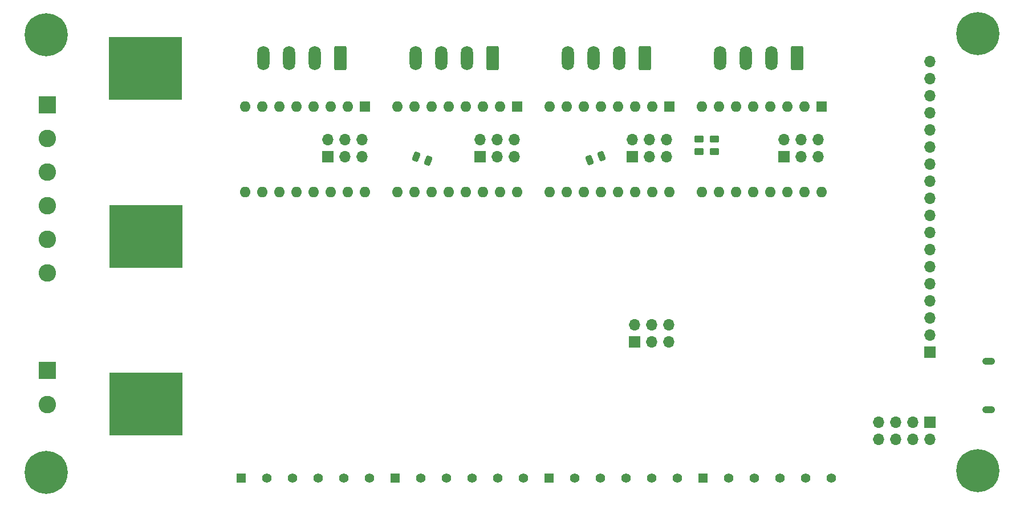
<source format=gbr>
%TF.GenerationSoftware,KiCad,Pcbnew,(6.0.5)*%
%TF.CreationDate,2022-12-16T11:23:46+03:00*%
%TF.ProjectId,3dprinter,33647072-696e-4746-9572-2e6b69636164,rev?*%
%TF.SameCoordinates,Original*%
%TF.FileFunction,Soldermask,Bot*%
%TF.FilePolarity,Negative*%
%FSLAX46Y46*%
G04 Gerber Fmt 4.6, Leading zero omitted, Abs format (unit mm)*
G04 Created by KiCad (PCBNEW (6.0.5)) date 2022-12-16 11:23:46*
%MOMM*%
%LPD*%
G01*
G04 APERTURE LIST*
G04 Aperture macros list*
%AMRoundRect*
0 Rectangle with rounded corners*
0 $1 Rounding radius*
0 $2 $3 $4 $5 $6 $7 $8 $9 X,Y pos of 4 corners*
0 Add a 4 corners polygon primitive as box body*
4,1,4,$2,$3,$4,$5,$6,$7,$8,$9,$2,$3,0*
0 Add four circle primitives for the rounded corners*
1,1,$1+$1,$2,$3*
1,1,$1+$1,$4,$5*
1,1,$1+$1,$6,$7*
1,1,$1+$1,$8,$9*
0 Add four rect primitives between the rounded corners*
20,1,$1+$1,$2,$3,$4,$5,0*
20,1,$1+$1,$4,$5,$6,$7,0*
20,1,$1+$1,$6,$7,$8,$9,0*
20,1,$1+$1,$8,$9,$2,$3,0*%
G04 Aperture macros list end*
%ADD10R,10.800000X9.385750*%
%ADD11R,10.800000X9.400000*%
%ADD12R,1.600000X1.600000*%
%ADD13O,1.600000X1.600000*%
%ADD14R,1.700000X1.700000*%
%ADD15O,1.700000X1.700000*%
%ADD16C,0.800000*%
%ADD17C,6.400000*%
%ADD18RoundRect,0.250000X0.650000X1.550000X-0.650000X1.550000X-0.650000X-1.550000X0.650000X-1.550000X0*%
%ADD19O,1.800000X3.600000*%
%ADD20O,1.900000X1.050000*%
%ADD21R,1.400000X1.400000*%
%ADD22C,1.400000*%
%ADD23R,2.600000X2.600000*%
%ADD24C,2.600000*%
%ADD25RoundRect,0.243750X0.385097X0.345367X-0.073003X0.512102X-0.385097X-0.345367X0.073003X-0.512102X0*%
%ADD26RoundRect,0.250000X0.450000X-0.262500X0.450000X0.262500X-0.450000X0.262500X-0.450000X-0.262500X0*%
%ADD27RoundRect,0.243750X0.073003X0.512102X-0.385097X0.345367X-0.073003X-0.512102X0.385097X-0.345367X0*%
G04 APERTURE END LIST*
D10*
%TO.C,Q1*%
X121975000Y-106857125D03*
%TD*%
D11*
%TO.C,Q2*%
X121975000Y-81925000D03*
%TD*%
D12*
%TO.C,A4*%
X222250000Y-62660000D03*
D13*
X219710000Y-62660000D03*
X217170000Y-62660000D03*
X214630000Y-62660000D03*
X212090000Y-62660000D03*
X209550000Y-62660000D03*
X207010000Y-62660000D03*
X204470000Y-62660000D03*
X204470000Y-75360000D03*
X207010000Y-75360000D03*
X209550000Y-75360000D03*
X212090000Y-75360000D03*
X214630000Y-75360000D03*
X217170000Y-75360000D03*
X219710000Y-75360000D03*
X222250000Y-75360000D03*
%TD*%
D14*
%TO.C,J12*%
X171535000Y-70075000D03*
D15*
X171535000Y-67535000D03*
X174075000Y-70075000D03*
X174075000Y-67535000D03*
X176615000Y-70075000D03*
X176615000Y-67535000D03*
%TD*%
D16*
%TO.C,H1*%
X105402944Y-53697056D03*
X108797056Y-53697056D03*
X108797056Y-50302944D03*
X107100000Y-49600000D03*
X109500000Y-52000000D03*
X105402944Y-50302944D03*
X107100000Y-54400000D03*
X104700000Y-52000000D03*
D17*
X107100000Y-52000000D03*
%TD*%
D18*
%TO.C,J9*%
X150860000Y-55432500D03*
D19*
X147050000Y-55432500D03*
X143240000Y-55432500D03*
X139430000Y-55432500D03*
%TD*%
D16*
%TO.C,H2*%
X243802944Y-50102944D03*
X243100000Y-51800000D03*
D17*
X245500000Y-51800000D03*
D16*
X247900000Y-51800000D03*
X243802944Y-53497056D03*
X245500000Y-54200000D03*
X247197056Y-50102944D03*
X245500000Y-49400000D03*
X247197056Y-53497056D03*
%TD*%
D20*
%TO.C,J2*%
X247100000Y-100525000D03*
X247100000Y-107675000D03*
%TD*%
D14*
%TO.C,J14*%
X194135000Y-70075000D03*
D15*
X194135000Y-67535000D03*
X196675000Y-70075000D03*
X196675000Y-67535000D03*
X199215000Y-70075000D03*
X199215000Y-67535000D03*
%TD*%
D14*
%TO.C,J1*%
X194475000Y-97575000D03*
D15*
X194475000Y-95035000D03*
X197015000Y-97575000D03*
X197015000Y-95035000D03*
X199555000Y-97575000D03*
X199555000Y-95035000D03*
%TD*%
D12*
%TO.C,A3*%
X199650000Y-62660000D03*
D13*
X197110000Y-62660000D03*
X194570000Y-62660000D03*
X192030000Y-62660000D03*
X189490000Y-62660000D03*
X186950000Y-62660000D03*
X184410000Y-62660000D03*
X181870000Y-62660000D03*
X181870000Y-75360000D03*
X184410000Y-75360000D03*
X186950000Y-75360000D03*
X189490000Y-75360000D03*
X192030000Y-75360000D03*
X194570000Y-75360000D03*
X197110000Y-75360000D03*
X199650000Y-75360000D03*
%TD*%
D14*
%TO.C,J17*%
X238400000Y-109557500D03*
D15*
X238400000Y-112097500D03*
X235860000Y-109557500D03*
X235860000Y-112097500D03*
X233320000Y-109557500D03*
X233320000Y-112097500D03*
X230780000Y-109557500D03*
X230780000Y-112097500D03*
%TD*%
D21*
%TO.C,J4*%
X158930000Y-117832500D03*
D22*
X162740000Y-117832500D03*
X166550000Y-117832500D03*
X170360000Y-117832500D03*
X174170000Y-117832500D03*
X177980000Y-117832500D03*
%TD*%
D23*
%TO.C,J3*%
X107300000Y-101800000D03*
D24*
X107300000Y-106880000D03*
%TD*%
D18*
%TO.C,J15*%
X218620000Y-55432500D03*
D19*
X214810000Y-55432500D03*
X211000000Y-55432500D03*
X207190000Y-55432500D03*
%TD*%
D14*
%TO.C,J16*%
X216735000Y-70075000D03*
D15*
X216735000Y-67535000D03*
X219275000Y-70075000D03*
X219275000Y-67535000D03*
X221815000Y-70075000D03*
X221815000Y-67535000D03*
%TD*%
D23*
%TO.C,J8*%
X107300000Y-62400000D03*
D24*
X107300000Y-67400000D03*
X107300000Y-72400000D03*
X107300000Y-77400000D03*
X107300000Y-82400000D03*
X107300000Y-87400000D03*
%TD*%
D11*
%TO.C,Q3*%
X121900000Y-57000000D03*
%TD*%
D21*
%TO.C,J5*%
X136075000Y-117832500D03*
D22*
X139885000Y-117832500D03*
X143695000Y-117832500D03*
X147505000Y-117832500D03*
X151315000Y-117832500D03*
X155125000Y-117832500D03*
%TD*%
D14*
%TO.C,J18*%
X238400000Y-99157500D03*
D15*
X238400000Y-96617500D03*
X238400000Y-94077500D03*
X238400000Y-91537500D03*
X238400000Y-88997500D03*
X238400000Y-86457500D03*
X238400000Y-83917500D03*
X238400000Y-81377500D03*
X238400000Y-78837500D03*
X238400000Y-76297500D03*
X238400000Y-73757500D03*
X238400000Y-71217500D03*
X238400000Y-68677500D03*
X238400000Y-66137500D03*
X238400000Y-63597500D03*
X238400000Y-61057500D03*
X238400000Y-58517500D03*
X238400000Y-55977500D03*
%TD*%
D14*
%TO.C,J10*%
X148935000Y-70075000D03*
D15*
X148935000Y-67535000D03*
X151475000Y-70075000D03*
X151475000Y-67535000D03*
X154015000Y-70075000D03*
X154015000Y-67535000D03*
%TD*%
D17*
%TO.C,H4*%
X245500000Y-116700000D03*
D16*
X247197056Y-118397056D03*
X247197056Y-115002944D03*
X245500000Y-114300000D03*
X243802944Y-115002944D03*
X243802944Y-118397056D03*
X245500000Y-119100000D03*
X247900000Y-116700000D03*
X243100000Y-116700000D03*
%TD*%
D21*
%TO.C,J7*%
X204650000Y-117832500D03*
D22*
X208460000Y-117832500D03*
X212270000Y-117832500D03*
X216080000Y-117832500D03*
X219890000Y-117832500D03*
X223700000Y-117832500D03*
%TD*%
D18*
%TO.C,J11*%
X173446666Y-55432500D03*
D19*
X169636666Y-55432500D03*
X165826666Y-55432500D03*
X162016666Y-55432500D03*
%TD*%
D21*
%TO.C,J6*%
X181790000Y-117832500D03*
D22*
X185600000Y-117832500D03*
X189410000Y-117832500D03*
X193220000Y-117832500D03*
X197030000Y-117832500D03*
X200840000Y-117832500D03*
%TD*%
D16*
%TO.C,H3*%
X105402944Y-115302944D03*
X107100000Y-114600000D03*
X107100000Y-119400000D03*
X108797056Y-115302944D03*
X108797056Y-118697056D03*
X104700000Y-117000000D03*
D17*
X107100000Y-117000000D03*
D16*
X105402944Y-118697056D03*
X109500000Y-117000000D03*
%TD*%
D12*
%TO.C,A1*%
X154450000Y-62660000D03*
D13*
X151910000Y-62660000D03*
X149370000Y-62660000D03*
X146830000Y-62660000D03*
X144290000Y-62660000D03*
X141750000Y-62660000D03*
X139210000Y-62660000D03*
X136670000Y-62660000D03*
X136670000Y-75360000D03*
X139210000Y-75360000D03*
X141750000Y-75360000D03*
X144290000Y-75360000D03*
X146830000Y-75360000D03*
X149370000Y-75360000D03*
X151910000Y-75360000D03*
X154450000Y-75360000D03*
%TD*%
D12*
%TO.C,A2*%
X177050000Y-62660000D03*
D13*
X174510000Y-62660000D03*
X171970000Y-62660000D03*
X169430000Y-62660000D03*
X166890000Y-62660000D03*
X164350000Y-62660000D03*
X161810000Y-62660000D03*
X159270000Y-62660000D03*
X159270000Y-75360000D03*
X161810000Y-75360000D03*
X164350000Y-75360000D03*
X166890000Y-75360000D03*
X169430000Y-75360000D03*
X171970000Y-75360000D03*
X174510000Y-75360000D03*
X177050000Y-75360000D03*
%TD*%
D18*
%TO.C,J13*%
X196033332Y-55432500D03*
D19*
X192223332Y-55432500D03*
X188413332Y-55432500D03*
X184603332Y-55432500D03*
%TD*%
D25*
%TO.C,D5*%
X163880962Y-70720644D03*
X162119038Y-70079356D03*
%TD*%
D26*
%TO.C,R6*%
X204100000Y-69312500D03*
X204100000Y-67487500D03*
%TD*%
%TO.C,R7*%
X206400000Y-69312500D03*
X206400000Y-67487500D03*
%TD*%
D27*
%TO.C,D4*%
X189580962Y-69979356D03*
X187819038Y-70620644D03*
%TD*%
M02*

</source>
